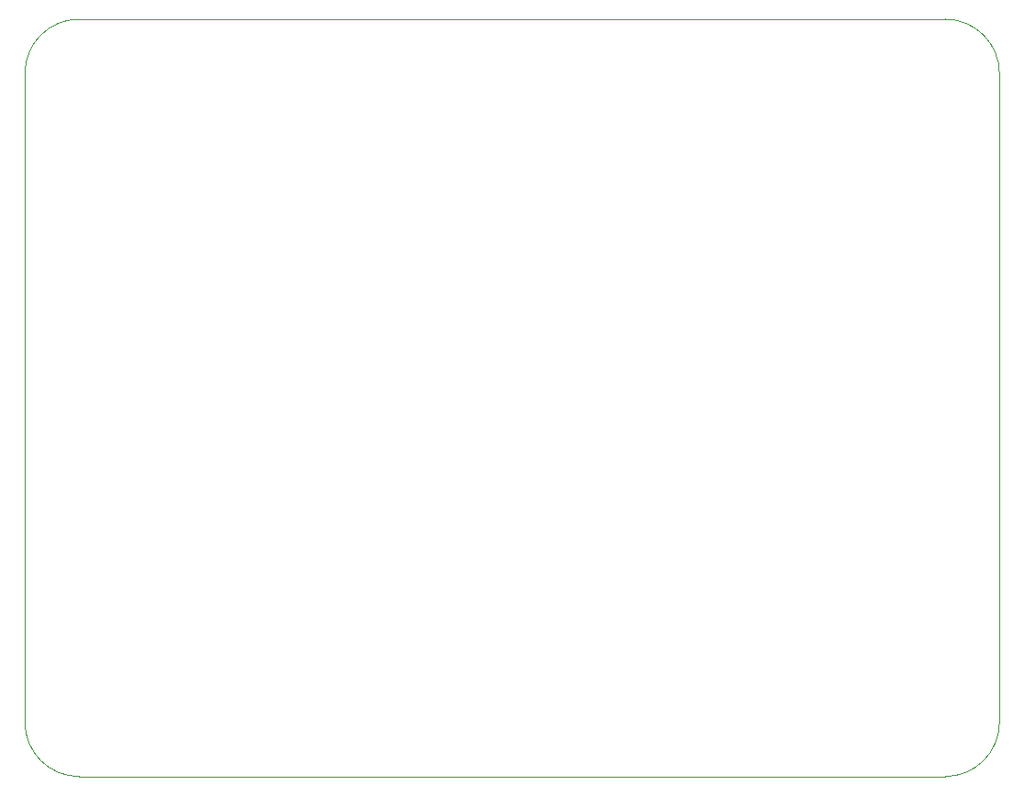
<source format=gbr>
%TF.GenerationSoftware,KiCad,Pcbnew,7.0.11-7.0.11~ubuntu22.04.1*%
%TF.CreationDate,2024-09-03T00:59:23+02:00*%
%TF.ProjectId,JTAGFinder,4a544147-4669-46e6-9465-722e6b696361,rev?*%
%TF.SameCoordinates,Original*%
%TF.FileFunction,Profile,NP*%
%FSLAX46Y46*%
G04 Gerber Fmt 4.6, Leading zero omitted, Abs format (unit mm)*
G04 Created by KiCad (PCBNEW 7.0.11-7.0.11~ubuntu22.04.1) date 2024-09-03 00:59:23*
%MOMM*%
%LPD*%
G01*
G04 APERTURE LIST*
%TA.AperFunction,Profile*%
%ADD10C,0.100000*%
%TD*%
G04 APERTURE END LIST*
D10*
X104065000Y-123275000D02*
X104065000Y-63275000D01*
X189065000Y-128275000D02*
G75*
G03*
X194065000Y-123275000I0J5000000D01*
G01*
X194065000Y-63275000D02*
G75*
G03*
X189065000Y-58275000I-5000000J0D01*
G01*
X109065000Y-58275000D02*
G75*
G03*
X104065000Y-63275000I0J-5000000D01*
G01*
X109065000Y-58275000D02*
X189065000Y-58275000D01*
X194065000Y-63275000D02*
X194065000Y-123275000D01*
X189065000Y-128275000D02*
X109065000Y-128275000D01*
X104065000Y-123275000D02*
G75*
G03*
X109065000Y-128275000I5000000J0D01*
G01*
M02*

</source>
